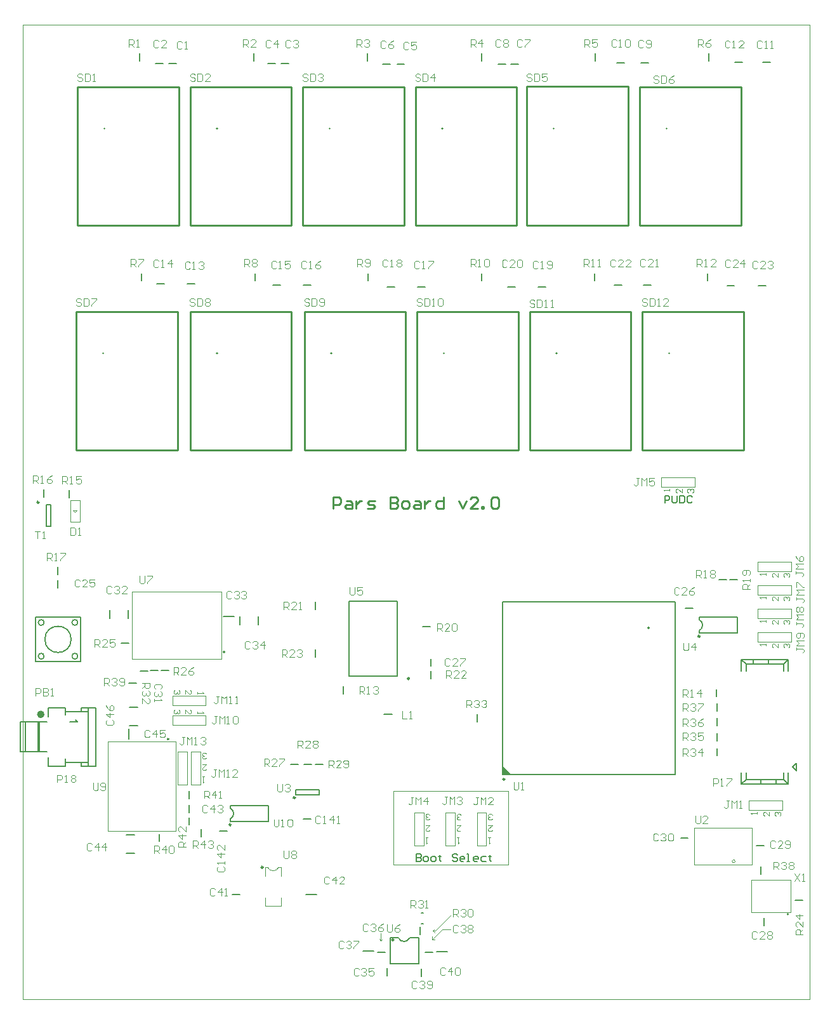
<source format=gto>
G04 Layer_Color=65535*
%FSLAX43Y43*%
%MOMM*%
G71*
G01*
G75*
%ADD10C,0.100*%
%ADD45C,0.200*%
%ADD47C,0.300*%
%ADD60C,0.254*%
%ADD68C,0.250*%
%ADD69C,0.500*%
%ADD70C,0.110*%
%ADD71C,0.150*%
G36*
X55000Y20000D02*
X54000D01*
Y21000D01*
X55000Y20000D01*
D02*
G37*
D10*
X85015Y8400D02*
G03*
X85015Y8400I-190J0D01*
G01*
X22650Y7591D02*
G03*
X24109Y7597I728J326D01*
G01*
X79550Y7925D02*
X87225D01*
Y12850D01*
X79550D02*
X87225D01*
X79550Y7925D02*
Y12850D01*
X22330Y2446D02*
Y3551D01*
X24447Y2446D02*
Y3560D01*
Y6435D02*
Y7597D01*
X22330Y6444D02*
Y7591D01*
Y2446D02*
X24447D01*
X22330Y7591D02*
X22650D01*
X-3300Y55225D02*
X-3050Y54975D01*
X-2800Y55225D01*
X-3300D02*
X-2800D01*
X-3675Y53650D02*
X-2425D01*
Y56525D01*
X-3675D02*
X-2425D01*
X-3675Y53650D02*
Y56525D01*
X10625Y18600D02*
Y21475D01*
X11875Y18600D02*
Y21475D01*
X10625Y18600D02*
X11875D01*
X10625Y23050D02*
X11875D01*
X10625Y20175D02*
Y23050D01*
X11875Y20175D02*
Y23050D01*
X10350Y12400D02*
Y24400D01*
X1350Y12400D02*
X10350D01*
X1350D02*
Y24400D01*
X10350D01*
X90612Y1581D02*
X92421D01*
Y5899D01*
X87214Y1581D02*
X90612D01*
X87214D02*
Y5899D01*
X92421D01*
X86850Y16475D02*
X89725D01*
X86850Y15225D02*
X89725D01*
X86850D02*
Y16475D01*
X91300Y15225D02*
Y16475D01*
X88425D02*
X91300D01*
X88425Y15225D02*
X91300D01*
X51828Y12046D02*
Y14921D01*
X50578Y12046D02*
Y14921D01*
X51828D01*
X50578Y10471D02*
X51828D01*
Y13346D01*
X50578Y10471D02*
Y13346D01*
X46403Y10471D02*
Y13346D01*
X47653Y10471D02*
Y13346D01*
X46403Y10471D02*
X47653D01*
X46403Y14921D02*
X47653D01*
X46403Y12046D02*
Y14921D01*
X47653Y12046D02*
Y14921D01*
X43478Y12046D02*
Y14921D01*
X42228Y12046D02*
Y14921D01*
X43478D01*
X42228Y10471D02*
X43478D01*
Y13346D01*
X42228Y10471D02*
Y13346D01*
X75200Y59575D02*
X78075D01*
X75200Y58325D02*
X78075D01*
X75200D02*
Y59575D01*
X79650Y58325D02*
Y59575D01*
X76775D02*
X79650D01*
X76775Y58325D02*
X79650D01*
X89600Y47075D02*
X92475D01*
X89600Y48325D02*
X92475D01*
Y47075D02*
Y48325D01*
X88025Y47075D02*
Y48325D01*
Y47075D02*
X90900D01*
X88025Y48325D02*
X90900D01*
X88025Y45192D02*
X90900D01*
X88025Y43942D02*
X90900D01*
X88025D02*
Y45192D01*
X92475Y43942D02*
Y45192D01*
X89600D02*
X92475D01*
X89600Y43942D02*
X92475D01*
X89600Y40808D02*
X92475D01*
X89600Y42058D02*
X92475D01*
Y40808D02*
Y42058D01*
X88025Y40808D02*
Y42058D01*
Y40808D02*
X90900D01*
X88025Y42058D02*
X90900D01*
X88025Y38925D02*
X90900D01*
X88025Y37675D02*
X90900D01*
X88025D02*
Y38925D01*
X92475Y37675D02*
Y38925D01*
X89600D02*
X92475D01*
X89600Y37675D02*
X92475D01*
X9925Y27825D02*
X12800D01*
X9925Y26575D02*
X12800D01*
X9925D02*
Y27825D01*
X14375Y26575D02*
Y27825D01*
X11500D02*
X14375D01*
X11500Y26575D02*
X14375D01*
X11500Y29200D02*
X14375D01*
X11500Y30450D02*
X14375D01*
Y29200D02*
Y30450D01*
X9925Y29200D02*
Y30450D01*
Y29200D02*
X12800D01*
X9925Y30450D02*
X12800D01*
X13675Y20175D02*
Y23050D01*
X12425Y20175D02*
Y23050D01*
X13675D01*
X12425Y18600D02*
X13675D01*
Y21475D01*
X12425Y18600D02*
Y21475D01*
X16525Y35350D02*
Y44350D01*
X4525D02*
X16525D01*
X4525Y35350D02*
Y44350D01*
Y35350D02*
X16525D01*
X45950Y-675D02*
X47075D01*
X44575Y-2050D02*
X45950Y-675D01*
X44575Y-2050D02*
Y-1650D01*
X44600Y-1625D01*
X44575Y-2050D02*
X44900D01*
X46150Y250D02*
X47150Y1250D01*
X45025Y-875D02*
X46150Y250D01*
X44650Y-875D02*
X45025D01*
X44650D02*
X44925Y-600D01*
X44650Y-875D02*
X44675D01*
X44900Y-1100D01*
X37775Y-2200D02*
Y-1200D01*
X37550Y-1975D02*
X37775Y-2200D01*
X38000Y-1975D01*
X39450Y17775D02*
X54750D01*
X54775Y17750D01*
Y7925D02*
Y17750D01*
X39450Y7925D02*
X54775D01*
X39450D02*
Y17775D01*
X38600Y-25D02*
Y-858D01*
X38767Y-1025D01*
X39100D01*
X39266Y-858D01*
Y-25D01*
X40266D02*
X39933Y-192D01*
X39600Y-525D01*
Y-858D01*
X39766Y-1025D01*
X40100D01*
X40266Y-858D01*
Y-692D01*
X40100Y-525D01*
X39600D01*
X79700Y14450D02*
Y13617D01*
X79867Y13450D01*
X80200D01*
X80366Y13617D01*
Y14450D01*
X81366Y13450D02*
X80700D01*
X81366Y14116D01*
Y14283D01*
X81200Y14450D01*
X80866D01*
X80700Y14283D01*
X-8400Y52425D02*
X-7734D01*
X-8067D01*
Y51425D01*
X-7400D02*
X-7067D01*
X-7234D01*
Y52425D01*
X-7400Y52258D01*
X23925Y18700D02*
Y17867D01*
X24092Y17700D01*
X24425D01*
X24591Y17867D01*
Y18700D01*
X24925Y18533D02*
X25091Y18700D01*
X25425D01*
X25591Y18533D01*
Y18366D01*
X25425Y18200D01*
X25258D01*
X25425D01*
X25591Y18033D01*
Y17867D01*
X25425Y17700D01*
X25091D01*
X24925Y17867D01*
X33625Y44925D02*
Y44092D01*
X33792Y43925D01*
X34125D01*
X34291Y44092D01*
Y44925D01*
X35291D02*
X34625D01*
Y44425D01*
X34958Y44591D01*
X35125D01*
X35291Y44425D01*
Y44092D01*
X35125Y43925D01*
X34791D01*
X34625Y44092D01*
X78150Y37525D02*
Y36692D01*
X78317Y36525D01*
X78650D01*
X78816Y36692D01*
Y37525D01*
X79650Y36525D02*
Y37525D01*
X79150Y37025D01*
X79816D01*
X41700Y2225D02*
Y3225D01*
X42200D01*
X42366Y3058D01*
Y2725D01*
X42200Y2558D01*
X41700D01*
X42033D02*
X42366Y2225D01*
X42700Y3058D02*
X42866Y3225D01*
X43200D01*
X43366Y3058D01*
Y2891D01*
X43200Y2725D01*
X43033D01*
X43200D01*
X43366Y2558D01*
Y2392D01*
X43200Y2225D01*
X42866D01*
X42700Y2392D01*
X43699Y2225D02*
X44033D01*
X43866D01*
Y3225D01*
X43699Y3058D01*
X12700Y10150D02*
Y11150D01*
X13200D01*
X13366Y10983D01*
Y10650D01*
X13200Y10483D01*
X12700D01*
X13033D02*
X13366Y10150D01*
X14200D02*
Y11150D01*
X13700Y10650D01*
X14366D01*
X14699Y10983D02*
X14866Y11150D01*
X15199D01*
X15366Y10983D01*
Y10816D01*
X15199Y10650D01*
X15033D01*
X15199D01*
X15366Y10483D01*
Y10317D01*
X15199Y10150D01*
X14866D01*
X14699Y10317D01*
X40575Y28425D02*
Y27425D01*
X41241D01*
X41575D02*
X41908D01*
X41741D01*
Y28425D01*
X41575Y28258D01*
X24800Y9800D02*
Y8967D01*
X24967Y8800D01*
X25300D01*
X25466Y8967D01*
Y9800D01*
X25800Y9633D02*
X25966Y9800D01*
X26300D01*
X26466Y9633D01*
Y9466D01*
X26300Y9300D01*
X26466Y9133D01*
Y8967D01*
X26300Y8800D01*
X25966D01*
X25800Y8967D01*
Y9133D01*
X25966Y9300D01*
X25800Y9466D01*
Y9633D01*
X25966Y9300D02*
X26300D01*
X-8300Y30450D02*
Y31450D01*
X-7800D01*
X-7634Y31283D01*
Y30950D01*
X-7800Y30783D01*
X-8300D01*
X-7300Y31450D02*
Y30450D01*
X-6800D01*
X-6634Y30617D01*
Y30783D01*
X-6800Y30950D01*
X-7300D01*
X-6800D01*
X-6634Y31116D01*
Y31283D01*
X-6800Y31450D01*
X-7300D01*
X-6301Y30450D02*
X-5967D01*
X-6134D01*
Y31450D01*
X-6301Y31283D01*
X82075Y18475D02*
Y19475D01*
X82575D01*
X82741Y19308D01*
Y18975D01*
X82575Y18808D01*
X82075D01*
X83075Y18475D02*
X83408D01*
X83241D01*
Y19475D01*
X83075Y19308D01*
X83908Y19475D02*
X84574D01*
Y19308D01*
X83908Y18642D01*
Y18475D01*
X-5450Y18925D02*
Y19925D01*
X-4950D01*
X-4784Y19758D01*
Y19425D01*
X-4950Y19258D01*
X-5450D01*
X-4450Y18925D02*
X-4117D01*
X-4284D01*
Y19925D01*
X-4450Y19758D01*
X-3617D02*
X-3451Y19925D01*
X-3117D01*
X-2951Y19758D01*
Y19591D01*
X-3117Y19425D01*
X-2951Y19258D01*
Y19092D01*
X-3117Y18925D01*
X-3451D01*
X-3617Y19092D01*
Y19258D01*
X-3451Y19425D01*
X-3617Y19591D01*
Y19758D01*
X-3451Y19425D02*
X-3117D01*
X-3650Y52900D02*
Y51900D01*
X-3150D01*
X-2984Y52067D01*
Y52733D01*
X-3150Y52900D01*
X-3650D01*
X-2650Y51900D02*
X-2317D01*
X-2484D01*
Y52900D01*
X-2650Y52733D01*
X11541Y24925D02*
X11208D01*
X11375D01*
Y24092D01*
X11208Y23925D01*
X11042D01*
X10875Y24092D01*
X11875Y23925D02*
Y24925D01*
X12208Y24591D01*
X12541Y24925D01*
Y23925D01*
X12874D02*
X13208D01*
X13041D01*
Y24925D01*
X12874Y24758D01*
X13707D02*
X13874Y24925D01*
X14207D01*
X14374Y24758D01*
Y24591D01*
X14207Y24425D01*
X14041D01*
X14207D01*
X14374Y24258D01*
Y24092D01*
X14207Y23925D01*
X13874D01*
X13707Y24092D01*
X73286Y83262D02*
X73119Y83429D01*
X72786D01*
X72620Y83262D01*
Y83096D01*
X72786Y82929D01*
X73119D01*
X73286Y82762D01*
Y82596D01*
X73119Y82429D01*
X72786D01*
X72620Y82596D01*
X73619Y83429D02*
Y82429D01*
X74119D01*
X74286Y82596D01*
Y83262D01*
X74119Y83429D01*
X73619D01*
X74619Y82429D02*
X74952D01*
X74786D01*
Y83429D01*
X74619Y83262D01*
X76118Y82429D02*
X75452D01*
X76118Y83096D01*
Y83262D01*
X75952Y83429D01*
X75619D01*
X75452Y83262D01*
X55475Y18950D02*
Y18117D01*
X55642Y17950D01*
X55975D01*
X56141Y18117D01*
Y18950D01*
X56475Y17950D02*
X56808D01*
X56641D01*
Y18950D01*
X56475Y18783D01*
X-650Y18850D02*
Y18017D01*
X-483Y17850D01*
X-150D01*
X16Y18017D01*
Y18850D01*
X350Y18017D02*
X516Y17850D01*
X850D01*
X1016Y18017D01*
Y18683D01*
X850Y18850D01*
X516D01*
X350Y18683D01*
Y18516D01*
X516Y18350D01*
X1016D01*
X1267Y27216D02*
X1100Y27050D01*
Y26717D01*
X1267Y26550D01*
X1933D01*
X2100Y26717D01*
Y27050D01*
X1933Y27216D01*
X2100Y28050D02*
X1100D01*
X1600Y27550D01*
Y28216D01*
X1100Y29216D02*
X1267Y28883D01*
X1600Y28549D01*
X1933D01*
X2100Y28716D01*
Y29049D01*
X1933Y29216D01*
X1767D01*
X1600Y29049D01*
Y28549D01*
X6941Y25758D02*
X6775Y25925D01*
X6442D01*
X6275Y25758D01*
Y25092D01*
X6442Y24925D01*
X6775D01*
X6941Y25092D01*
X7775Y24925D02*
Y25925D01*
X7275Y25425D01*
X7941D01*
X8941Y25925D02*
X8274D01*
Y25425D01*
X8608Y25591D01*
X8774D01*
X8941Y25425D01*
Y25092D01*
X8774Y24925D01*
X8441D01*
X8274Y25092D01*
X92975Y6725D02*
X93641Y5725D01*
Y6725D02*
X92975Y5725D01*
X93975D02*
X94308D01*
X94141D01*
Y6725D01*
X93975Y6558D01*
X23475Y14000D02*
Y13167D01*
X23642Y13000D01*
X23975D01*
X24141Y13167D01*
Y14000D01*
X24475Y13000D02*
X24808D01*
X24641D01*
Y14000D01*
X24475Y13833D01*
X25308D02*
X25474Y14000D01*
X25808D01*
X25974Y13833D01*
Y13167D01*
X25808Y13000D01*
X25474D01*
X25308Y13167D01*
Y13833D01*
X16067Y7716D02*
X15900Y7550D01*
Y7217D01*
X16067Y7050D01*
X16733D01*
X16900Y7217D01*
Y7550D01*
X16733Y7716D01*
X16900Y8050D02*
Y8383D01*
Y8216D01*
X15900D01*
X16067Y8050D01*
X16900Y9383D02*
X15900D01*
X16400Y8883D01*
Y9549D01*
X16900Y10549D02*
Y9882D01*
X16234Y10549D01*
X16067D01*
X15900Y10382D01*
Y10049D01*
X16067Y9882D01*
X29716Y14308D02*
X29550Y14475D01*
X29217D01*
X29050Y14308D01*
Y13642D01*
X29217Y13475D01*
X29550D01*
X29716Y13642D01*
X30050Y13475D02*
X30383D01*
X30216D01*
Y14475D01*
X30050Y14308D01*
X31383Y13475D02*
Y14475D01*
X30883Y13975D01*
X31549D01*
X31882Y13475D02*
X32216D01*
X32049D01*
Y14475D01*
X31882Y14308D01*
X11241Y117608D02*
X11075Y117775D01*
X10742D01*
X10575Y117608D01*
Y116942D01*
X10742Y116775D01*
X11075D01*
X11241Y116942D01*
X11575Y116775D02*
X11908D01*
X11741D01*
Y117775D01*
X11575Y117608D01*
X8091Y117758D02*
X7925Y117925D01*
X7592D01*
X7425Y117758D01*
Y117092D01*
X7592Y116925D01*
X7925D01*
X8091Y117092D01*
X9091Y116925D02*
X8425D01*
X9091Y117591D01*
Y117758D01*
X8925Y117925D01*
X8591D01*
X8425Y117758D01*
X25716D02*
X25550Y117925D01*
X25217D01*
X25050Y117758D01*
Y117092D01*
X25217Y116925D01*
X25550D01*
X25716Y117092D01*
X26050Y117758D02*
X26216Y117925D01*
X26550D01*
X26716Y117758D01*
Y117591D01*
X26550Y117425D01*
X26383D01*
X26550D01*
X26716Y117258D01*
Y117092D01*
X26550Y116925D01*
X26216D01*
X26050Y117092D01*
X23116Y117783D02*
X22950Y117950D01*
X22617D01*
X22450Y117783D01*
Y117117D01*
X22617Y116950D01*
X22950D01*
X23116Y117117D01*
X23950Y116950D02*
Y117950D01*
X23450Y117450D01*
X24116D01*
X41441Y117533D02*
X41275Y117700D01*
X40942D01*
X40775Y117533D01*
Y116867D01*
X40942Y116700D01*
X41275D01*
X41441Y116867D01*
X42441Y117700D02*
X41775D01*
Y117200D01*
X42108Y117366D01*
X42275D01*
X42441Y117200D01*
Y116867D01*
X42275Y116700D01*
X41941D01*
X41775Y116867D01*
X38441Y117658D02*
X38275Y117825D01*
X37942D01*
X37775Y117658D01*
Y116992D01*
X37942Y116825D01*
X38275D01*
X38441Y116992D01*
X39441Y117825D02*
X39108Y117658D01*
X38775Y117325D01*
Y116992D01*
X38941Y116825D01*
X39275D01*
X39441Y116992D01*
Y117158D01*
X39275Y117325D01*
X38775D01*
X56591Y117833D02*
X56425Y118000D01*
X56092D01*
X55925Y117833D01*
Y117167D01*
X56092Y117000D01*
X56425D01*
X56591Y117167D01*
X56925Y118000D02*
X57591D01*
Y117833D01*
X56925Y117167D01*
Y117000D01*
X53741Y117808D02*
X53575Y117975D01*
X53242D01*
X53075Y117808D01*
Y117142D01*
X53242Y116975D01*
X53575D01*
X53741Y117142D01*
X54075Y117808D02*
X54241Y117975D01*
X54575D01*
X54741Y117808D01*
Y117641D01*
X54575Y117475D01*
X54741Y117308D01*
Y117142D01*
X54575Y116975D01*
X54241D01*
X54075Y117142D01*
Y117308D01*
X54241Y117475D01*
X54075Y117641D01*
Y117808D01*
X54241Y117475D02*
X54575D01*
X72791Y117758D02*
X72625Y117925D01*
X72292D01*
X72125Y117758D01*
Y117092D01*
X72292Y116925D01*
X72625D01*
X72791Y117092D01*
X73125D02*
X73291Y116925D01*
X73625D01*
X73791Y117092D01*
Y117758D01*
X73625Y117925D01*
X73291D01*
X73125Y117758D01*
Y117591D01*
X73291Y117425D01*
X73791D01*
X69191Y117808D02*
X69025Y117975D01*
X68692D01*
X68525Y117808D01*
Y117142D01*
X68692Y116975D01*
X69025D01*
X69191Y117142D01*
X69525Y116975D02*
X69858D01*
X69691D01*
Y117975D01*
X69525Y117808D01*
X70358D02*
X70524Y117975D01*
X70858D01*
X71024Y117808D01*
Y117142D01*
X70858Y116975D01*
X70524D01*
X70358Y117142D01*
Y117808D01*
X88591Y117683D02*
X88425Y117850D01*
X88092D01*
X87925Y117683D01*
Y117017D01*
X88092Y116850D01*
X88425D01*
X88591Y117017D01*
X88925Y116850D02*
X89258D01*
X89091D01*
Y117850D01*
X88925Y117683D01*
X89758Y116850D02*
X90091D01*
X89924D01*
Y117850D01*
X89758Y117683D01*
X84341Y117708D02*
X84175Y117875D01*
X83842D01*
X83675Y117708D01*
Y117042D01*
X83842Y116875D01*
X84175D01*
X84341Y117042D01*
X84675Y116875D02*
X85008D01*
X84841D01*
Y117875D01*
X84675Y117708D01*
X86174Y116875D02*
X85508D01*
X86174Y117541D01*
Y117708D01*
X86008Y117875D01*
X85674D01*
X85508Y117708D01*
X12291Y88208D02*
X12125Y88375D01*
X11792D01*
X11625Y88208D01*
Y87542D01*
X11792Y87375D01*
X12125D01*
X12291Y87542D01*
X12625Y87375D02*
X12958D01*
X12791D01*
Y88375D01*
X12625Y88208D01*
X13458D02*
X13624Y88375D01*
X13958D01*
X14124Y88208D01*
Y88041D01*
X13958Y87875D01*
X13791D01*
X13958D01*
X14124Y87708D01*
Y87542D01*
X13958Y87375D01*
X13624D01*
X13458Y87542D01*
X8091Y88433D02*
X7925Y88600D01*
X7592D01*
X7425Y88433D01*
Y87767D01*
X7592Y87600D01*
X7925D01*
X8091Y87767D01*
X8425Y87600D02*
X8758D01*
X8591D01*
Y88600D01*
X8425Y88433D01*
X9758Y87600D02*
Y88600D01*
X9258Y88100D01*
X9924D01*
X23808Y88307D02*
X23642Y88474D01*
X23308D01*
X23142Y88307D01*
Y87641D01*
X23308Y87474D01*
X23642D01*
X23808Y87641D01*
X24141Y87474D02*
X24475D01*
X24308D01*
Y88474D01*
X24141Y88307D01*
X25641Y88474D02*
X24975D01*
Y87974D01*
X25308Y88140D01*
X25474D01*
X25641Y87974D01*
Y87641D01*
X25474Y87474D01*
X25141D01*
X24975Y87641D01*
X27858Y88307D02*
X27692Y88474D01*
X27359D01*
X27192Y88307D01*
Y87641D01*
X27359Y87474D01*
X27692D01*
X27858Y87641D01*
X28192Y87474D02*
X28525D01*
X28358D01*
Y88474D01*
X28192Y88307D01*
X29691Y88474D02*
X29358Y88307D01*
X29025Y87974D01*
Y87641D01*
X29191Y87474D01*
X29525D01*
X29691Y87641D01*
Y87807D01*
X29525Y87974D01*
X29025D01*
X42891Y88308D02*
X42725Y88475D01*
X42392D01*
X42225Y88308D01*
Y87642D01*
X42392Y87475D01*
X42725D01*
X42891Y87642D01*
X43225Y87475D02*
X43558D01*
X43391D01*
Y88475D01*
X43225Y88308D01*
X44058Y88475D02*
X44724D01*
Y88308D01*
X44058Y87642D01*
Y87475D01*
X38691Y88508D02*
X38525Y88675D01*
X38192D01*
X38025Y88508D01*
Y87842D01*
X38192Y87675D01*
X38525D01*
X38691Y87842D01*
X39025Y87675D02*
X39358D01*
X39191D01*
Y88675D01*
X39025Y88508D01*
X39858D02*
X40024Y88675D01*
X40358D01*
X40524Y88508D01*
Y88341D01*
X40358Y88175D01*
X40524Y88008D01*
Y87842D01*
X40358Y87675D01*
X40024D01*
X39858Y87842D01*
Y88008D01*
X40024Y88175D01*
X39858Y88341D01*
Y88508D01*
X40024Y88175D02*
X40358D01*
X58741Y88308D02*
X58575Y88475D01*
X58242D01*
X58075Y88308D01*
Y87642D01*
X58242Y87475D01*
X58575D01*
X58741Y87642D01*
X59075Y87475D02*
X59408D01*
X59241D01*
Y88475D01*
X59075Y88308D01*
X59908Y87642D02*
X60074Y87475D01*
X60408D01*
X60574Y87642D01*
Y88308D01*
X60408Y88475D01*
X60074D01*
X59908Y88308D01*
Y88141D01*
X60074Y87975D01*
X60574D01*
X54616Y88433D02*
X54450Y88600D01*
X54117D01*
X53950Y88433D01*
Y87767D01*
X54117Y87600D01*
X54450D01*
X54616Y87767D01*
X55616Y87600D02*
X54950D01*
X55616Y88266D01*
Y88433D01*
X55450Y88600D01*
X55116D01*
X54950Y88433D01*
X55949D02*
X56116Y88600D01*
X56449D01*
X56616Y88433D01*
Y87767D01*
X56449Y87600D01*
X56116D01*
X55949Y87767D01*
Y88433D01*
X73041Y88533D02*
X72875Y88700D01*
X72542D01*
X72375Y88533D01*
Y87867D01*
X72542Y87700D01*
X72875D01*
X73041Y87867D01*
X74041Y87700D02*
X73375D01*
X74041Y88366D01*
Y88533D01*
X73875Y88700D01*
X73541D01*
X73375Y88533D01*
X74374Y87700D02*
X74708D01*
X74541D01*
Y88700D01*
X74374Y88533D01*
X69091Y88508D02*
X68925Y88675D01*
X68592D01*
X68425Y88508D01*
Y87842D01*
X68592Y87675D01*
X68925D01*
X69091Y87842D01*
X70091Y87675D02*
X69425D01*
X70091Y88341D01*
Y88508D01*
X69925Y88675D01*
X69591D01*
X69425Y88508D01*
X71091Y87675D02*
X70424D01*
X71091Y88341D01*
Y88508D01*
X70924Y88675D01*
X70591D01*
X70424Y88508D01*
X88041Y88308D02*
X87875Y88475D01*
X87542D01*
X87375Y88308D01*
Y87642D01*
X87542Y87475D01*
X87875D01*
X88041Y87642D01*
X89041Y87475D02*
X88375D01*
X89041Y88141D01*
Y88308D01*
X88875Y88475D01*
X88541D01*
X88375Y88308D01*
X89374D02*
X89541Y88475D01*
X89874D01*
X90041Y88308D01*
Y88141D01*
X89874Y87975D01*
X89708D01*
X89874D01*
X90041Y87808D01*
Y87642D01*
X89874Y87475D01*
X89541D01*
X89374Y87642D01*
X84366Y88433D02*
X84200Y88600D01*
X83867D01*
X83700Y88433D01*
Y87767D01*
X83867Y87600D01*
X84200D01*
X84366Y87767D01*
X85366Y87600D02*
X84700D01*
X85366Y88266D01*
Y88433D01*
X85200Y88600D01*
X84866D01*
X84700Y88433D01*
X86199Y87600D02*
Y88600D01*
X85699Y88100D01*
X86366D01*
X-2434Y45833D02*
X-2600Y46000D01*
X-2933D01*
X-3100Y45833D01*
Y45167D01*
X-2933Y45000D01*
X-2600D01*
X-2434Y45167D01*
X-1434Y45000D02*
X-2100D01*
X-1434Y45666D01*
Y45833D01*
X-1600Y46000D01*
X-1934D01*
X-2100Y45833D01*
X-434Y46000D02*
X-1101D01*
Y45500D01*
X-767Y45666D01*
X-601D01*
X-434Y45500D01*
Y45167D01*
X-601Y45000D01*
X-934D01*
X-1101Y45167D01*
X77566Y44758D02*
X77400Y44925D01*
X77067D01*
X76900Y44758D01*
Y44092D01*
X77067Y43925D01*
X77400D01*
X77566Y44092D01*
X78566Y43925D02*
X77900D01*
X78566Y44591D01*
Y44758D01*
X78400Y44925D01*
X78066D01*
X77900Y44758D01*
X79566Y44925D02*
X79233Y44758D01*
X78899Y44425D01*
Y44092D01*
X79066Y43925D01*
X79399D01*
X79566Y44092D01*
Y44258D01*
X79399Y44425D01*
X78899D01*
X46991Y35308D02*
X46825Y35475D01*
X46492D01*
X46325Y35308D01*
Y34642D01*
X46492Y34475D01*
X46825D01*
X46991Y34642D01*
X47991Y34475D02*
X47325D01*
X47991Y35141D01*
Y35308D01*
X47825Y35475D01*
X47491D01*
X47325Y35308D01*
X48324Y35475D02*
X48991D01*
Y35308D01*
X48324Y34642D01*
Y34475D01*
X87941Y-1092D02*
X87775Y-925D01*
X87442D01*
X87275Y-1092D01*
Y-1758D01*
X87442Y-1925D01*
X87775D01*
X87941Y-1758D01*
X88941Y-1925D02*
X88275D01*
X88941Y-1259D01*
Y-1092D01*
X88775Y-925D01*
X88441D01*
X88275Y-1092D01*
X89274D02*
X89441Y-925D01*
X89774D01*
X89941Y-1092D01*
Y-1259D01*
X89774Y-1425D01*
X89941Y-1592D01*
Y-1758D01*
X89774Y-1925D01*
X89441D01*
X89274Y-1758D01*
Y-1592D01*
X89441Y-1425D01*
X89274Y-1259D01*
Y-1092D01*
X89441Y-1425D02*
X89774D01*
X90366Y10958D02*
X90200Y11125D01*
X89867D01*
X89700Y10958D01*
Y10292D01*
X89867Y10125D01*
X90200D01*
X90366Y10292D01*
X91366Y10125D02*
X90700D01*
X91366Y10791D01*
Y10958D01*
X91200Y11125D01*
X90866D01*
X90700Y10958D01*
X91699Y10292D02*
X91866Y10125D01*
X92199D01*
X92366Y10292D01*
Y10958D01*
X92199Y11125D01*
X91866D01*
X91699Y10958D01*
Y10791D01*
X91866Y10625D01*
X92366D01*
X74766Y11958D02*
X74600Y12125D01*
X74267D01*
X74100Y11958D01*
Y11292D01*
X74267Y11125D01*
X74600D01*
X74766Y11292D01*
X75100Y11958D02*
X75266Y12125D01*
X75600D01*
X75766Y11958D01*
Y11791D01*
X75600Y11625D01*
X75433D01*
X75600D01*
X75766Y11458D01*
Y11292D01*
X75600Y11125D01*
X75266D01*
X75100Y11292D01*
X76099Y11958D02*
X76266Y12125D01*
X76599D01*
X76766Y11958D01*
Y11292D01*
X76599Y11125D01*
X76266D01*
X76099Y11292D01*
Y11958D01*
X8363Y31363D02*
X8529Y31530D01*
Y31863D01*
X8363Y32030D01*
X7696D01*
X7530Y31863D01*
Y31530D01*
X7696Y31363D01*
X8363Y31030D02*
X8529Y30863D01*
Y30530D01*
X8363Y30364D01*
X8196D01*
X8029Y30530D01*
Y30697D01*
Y30530D01*
X7863Y30364D01*
X7696D01*
X7530Y30530D01*
Y30863D01*
X7696Y31030D01*
X7530Y30030D02*
Y29697D01*
Y29864D01*
X8529D01*
X8363Y30030D01*
X1866Y44908D02*
X1700Y45075D01*
X1367D01*
X1200Y44908D01*
Y44242D01*
X1367Y44075D01*
X1700D01*
X1866Y44242D01*
X2200Y44908D02*
X2366Y45075D01*
X2700D01*
X2866Y44908D01*
Y44741D01*
X2700Y44575D01*
X2533D01*
X2700D01*
X2866Y44408D01*
Y44242D01*
X2700Y44075D01*
X2366D01*
X2200Y44242D01*
X3866Y44075D02*
X3199D01*
X3866Y44741D01*
Y44908D01*
X3699Y45075D01*
X3366D01*
X3199Y44908D01*
X17816Y44258D02*
X17650Y44425D01*
X17317D01*
X17150Y44258D01*
Y43592D01*
X17317Y43425D01*
X17650D01*
X17816Y43592D01*
X18150Y44258D02*
X18316Y44425D01*
X18650D01*
X18816Y44258D01*
Y44091D01*
X18650Y43925D01*
X18483D01*
X18650D01*
X18816Y43758D01*
Y43592D01*
X18650Y43425D01*
X18316D01*
X18150Y43592D01*
X19149Y44258D02*
X19316Y44425D01*
X19649D01*
X19816Y44258D01*
Y44091D01*
X19649Y43925D01*
X19483D01*
X19649D01*
X19816Y43758D01*
Y43592D01*
X19649Y43425D01*
X19316D01*
X19149Y43592D01*
X20316Y37608D02*
X20150Y37775D01*
X19817D01*
X19650Y37608D01*
Y36942D01*
X19817Y36775D01*
X20150D01*
X20316Y36942D01*
X20650Y37608D02*
X20816Y37775D01*
X21150D01*
X21316Y37608D01*
Y37441D01*
X21150Y37275D01*
X20983D01*
X21150D01*
X21316Y37108D01*
Y36942D01*
X21150Y36775D01*
X20816D01*
X20650Y36942D01*
X22149Y36775D02*
Y37775D01*
X21649Y37275D01*
X22316D01*
X34816Y-6017D02*
X34650Y-5850D01*
X34317D01*
X34150Y-6017D01*
Y-6683D01*
X34317Y-6850D01*
X34650D01*
X34816Y-6683D01*
X35150Y-6017D02*
X35316Y-5850D01*
X35650D01*
X35816Y-6017D01*
Y-6184D01*
X35650Y-6350D01*
X35483D01*
X35650D01*
X35816Y-6517D01*
Y-6683D01*
X35650Y-6850D01*
X35316D01*
X35150Y-6683D01*
X36816Y-5850D02*
X36149D01*
Y-6350D01*
X36483Y-6184D01*
X36649D01*
X36816Y-6350D01*
Y-6683D01*
X36649Y-6850D01*
X36316D01*
X36149Y-6683D01*
X36066Y-117D02*
X35900Y50D01*
X35567D01*
X35400Y-117D01*
Y-783D01*
X35567Y-950D01*
X35900D01*
X36066Y-783D01*
X36400Y-117D02*
X36566Y50D01*
X36900D01*
X37066Y-117D01*
Y-284D01*
X36900Y-450D01*
X36733D01*
X36900D01*
X37066Y-617D01*
Y-783D01*
X36900Y-950D01*
X36566D01*
X36400Y-783D01*
X38066Y50D02*
X37733Y-117D01*
X37399Y-450D01*
Y-783D01*
X37566Y-950D01*
X37899D01*
X38066Y-783D01*
Y-617D01*
X37899Y-450D01*
X37399D01*
X32791Y-2367D02*
X32625Y-2200D01*
X32292D01*
X32125Y-2367D01*
Y-3033D01*
X32292Y-3200D01*
X32625D01*
X32791Y-3033D01*
X33125Y-2367D02*
X33291Y-2200D01*
X33625D01*
X33791Y-2367D01*
Y-2534D01*
X33625Y-2700D01*
X33458D01*
X33625D01*
X33791Y-2867D01*
Y-3033D01*
X33625Y-3200D01*
X33291D01*
X33125Y-3033D01*
X34124Y-2200D02*
X34791D01*
Y-2367D01*
X34124Y-3033D01*
Y-3200D01*
X48041Y-267D02*
X47875Y-100D01*
X47542D01*
X47375Y-267D01*
Y-933D01*
X47542Y-1100D01*
X47875D01*
X48041Y-933D01*
X48375Y-267D02*
X48541Y-100D01*
X48875D01*
X49041Y-267D01*
Y-434D01*
X48875Y-600D01*
X48708D01*
X48875D01*
X49041Y-767D01*
Y-933D01*
X48875Y-1100D01*
X48541D01*
X48375Y-933D01*
X49374Y-267D02*
X49541Y-100D01*
X49874D01*
X50041Y-267D01*
Y-434D01*
X49874Y-600D01*
X50041Y-767D01*
Y-933D01*
X49874Y-1100D01*
X49541D01*
X49374Y-933D01*
Y-767D01*
X49541Y-600D01*
X49374Y-434D01*
Y-267D01*
X49541Y-600D02*
X49874D01*
X42591Y-7692D02*
X42425Y-7525D01*
X42092D01*
X41925Y-7692D01*
Y-8358D01*
X42092Y-8525D01*
X42425D01*
X42591Y-8358D01*
X42925Y-7692D02*
X43091Y-7525D01*
X43425D01*
X43591Y-7692D01*
Y-7859D01*
X43425Y-8025D01*
X43258D01*
X43425D01*
X43591Y-8192D01*
Y-8358D01*
X43425Y-8525D01*
X43091D01*
X42925Y-8358D01*
X43924D02*
X44091Y-8525D01*
X44424D01*
X44591Y-8358D01*
Y-7692D01*
X44424Y-7525D01*
X44091D01*
X43924Y-7692D01*
Y-7859D01*
X44091Y-8025D01*
X44591D01*
X46341Y-5917D02*
X46175Y-5750D01*
X45842D01*
X45675Y-5917D01*
Y-6583D01*
X45842Y-6750D01*
X46175D01*
X46341Y-6583D01*
X47175Y-6750D02*
Y-5750D01*
X46675Y-6250D01*
X47341D01*
X47674Y-5917D02*
X47841Y-5750D01*
X48174D01*
X48341Y-5917D01*
Y-6583D01*
X48174Y-6750D01*
X47841D01*
X47674Y-6583D01*
Y-5917D01*
X15616Y4658D02*
X15450Y4825D01*
X15117D01*
X14950Y4658D01*
Y3992D01*
X15117Y3825D01*
X15450D01*
X15616Y3992D01*
X16450Y3825D02*
Y4825D01*
X15950Y4325D01*
X16616D01*
X16949Y3825D02*
X17283D01*
X17116D01*
Y4825D01*
X16949Y4658D01*
X30866Y6208D02*
X30700Y6375D01*
X30367D01*
X30200Y6208D01*
Y5542D01*
X30367Y5375D01*
X30700D01*
X30866Y5542D01*
X31700Y5375D02*
Y6375D01*
X31200Y5875D01*
X31866D01*
X32866Y5375D02*
X32199D01*
X32866Y6041D01*
Y6208D01*
X32699Y6375D01*
X32366D01*
X32199Y6208D01*
X14616Y15733D02*
X14450Y15900D01*
X14117D01*
X13950Y15733D01*
Y15067D01*
X14117Y14900D01*
X14450D01*
X14616Y15067D01*
X15450Y14900D02*
Y15900D01*
X14950Y15400D01*
X15616D01*
X15949Y15733D02*
X16116Y15900D01*
X16449D01*
X16616Y15733D01*
Y15566D01*
X16449Y15400D01*
X16283D01*
X16449D01*
X16616Y15233D01*
Y15067D01*
X16449Y14900D01*
X16116D01*
X15949Y15067D01*
X-809Y10633D02*
X-975Y10800D01*
X-1308D01*
X-1475Y10633D01*
Y9967D01*
X-1308Y9800D01*
X-975D01*
X-809Y9967D01*
X25Y9800D02*
Y10800D01*
X-475Y10300D01*
X191D01*
X1024Y9800D02*
Y10800D01*
X524Y10300D01*
X1191D01*
X84241Y16525D02*
X83908D01*
X84075D01*
Y15692D01*
X83908Y15525D01*
X83742D01*
X83575Y15692D01*
X84575Y15525D02*
Y16525D01*
X84908Y16191D01*
X85241Y16525D01*
Y15525D01*
X85574D02*
X85908D01*
X85741D01*
Y16525D01*
X85574Y16358D01*
X87932Y14707D02*
Y14974D01*
Y14840D01*
X87132D01*
X87266Y14707D01*
X89583Y14986D02*
Y14453D01*
X89050Y14986D01*
X88917D01*
X88783Y14853D01*
Y14586D01*
X88917Y14453D01*
X90441D02*
X90307Y14586D01*
Y14853D01*
X90441Y14986D01*
X90574D01*
X90707Y14853D01*
Y14720D01*
Y14853D01*
X90840Y14986D01*
X90974D01*
X91107Y14853D01*
Y14586D01*
X90974Y14453D01*
X50741Y16950D02*
X50408D01*
X50575D01*
Y16117D01*
X50408Y15950D01*
X50242D01*
X50075Y16117D01*
X51075Y15950D02*
Y16950D01*
X51408Y16616D01*
X51741Y16950D01*
Y15950D01*
X52741D02*
X52074D01*
X52741Y16616D01*
Y16783D01*
X52574Y16950D01*
X52241D01*
X52074Y16783D01*
X52600Y14061D02*
X52467Y13928D01*
X52200D01*
X52067Y14061D01*
Y14194D01*
X52200Y14328D01*
X52333D01*
X52200D01*
X52067Y14461D01*
Y14594D01*
X52200Y14728D01*
X52467D01*
X52600Y14594D01*
X52067Y13204D02*
X52600D01*
X52067Y12670D01*
Y12537D01*
X52200Y12404D01*
X52467D01*
X52600Y12537D01*
X52346Y11553D02*
X52079D01*
X52213D01*
Y10753D01*
X52346Y10886D01*
X46591Y17000D02*
X46258D01*
X46425D01*
Y16167D01*
X46258Y16000D01*
X46092D01*
X45925Y16167D01*
X46925Y16000D02*
Y17000D01*
X47258Y16666D01*
X47591Y17000D01*
Y16000D01*
X47924Y16833D02*
X48091Y17000D01*
X48424D01*
X48591Y16833D01*
Y16666D01*
X48424Y16500D01*
X48258D01*
X48424D01*
X48591Y16333D01*
Y16167D01*
X48424Y16000D01*
X48091D01*
X47924Y16167D01*
X48171Y11553D02*
X47904D01*
X48038D01*
Y10753D01*
X48171Y10886D01*
X47892Y13204D02*
X48425D01*
X47892Y12670D01*
Y12537D01*
X48025Y12404D01*
X48292D01*
X48425Y12537D01*
Y14061D02*
X48292Y13928D01*
X48025D01*
X47892Y14061D01*
Y14194D01*
X48025Y14328D01*
X48158D01*
X48025D01*
X47892Y14461D01*
Y14594D01*
X48025Y14728D01*
X48292D01*
X48425Y14594D01*
X42091Y16950D02*
X41758D01*
X41925D01*
Y16117D01*
X41758Y15950D01*
X41592D01*
X41425Y16117D01*
X42425Y15950D02*
Y16950D01*
X42758Y16616D01*
X43091Y16950D01*
Y15950D01*
X43924D02*
Y16950D01*
X43424Y16450D01*
X44091D01*
X44250Y14061D02*
X44116Y13928D01*
X43850D01*
X43716Y14061D01*
Y14194D01*
X43850Y14328D01*
X43983D01*
X43850D01*
X43716Y14461D01*
Y14594D01*
X43850Y14728D01*
X44116D01*
X44250Y14594D01*
X43716Y13204D02*
X44250D01*
X43716Y12670D01*
Y12537D01*
X43850Y12404D01*
X44116D01*
X44250Y12537D01*
X43996Y11553D02*
X43729D01*
X43862D01*
Y10753D01*
X43996Y10886D01*
X72191Y59475D02*
X71858D01*
X72025D01*
Y58642D01*
X71858Y58475D01*
X71692D01*
X71525Y58642D01*
X72525Y58475D02*
Y59475D01*
X72858Y59141D01*
X73191Y59475D01*
Y58475D01*
X74191Y59475D02*
X73524D01*
Y58975D01*
X73858Y59141D01*
X74024D01*
X74191Y58975D01*
Y58642D01*
X74024Y58475D01*
X73691D01*
X73524Y58642D01*
X76282Y57807D02*
Y58074D01*
Y57940D01*
X75482D01*
X75616Y57807D01*
X77933Y58086D02*
Y57553D01*
X77400Y58086D01*
X77267D01*
X77133Y57953D01*
Y57686D01*
X77267Y57553D01*
X78791D02*
X78657Y57686D01*
Y57953D01*
X78791Y58086D01*
X78924D01*
X79057Y57953D01*
Y57820D01*
Y57953D01*
X79190Y58086D01*
X79324D01*
X79457Y57953D01*
Y57686D01*
X79324Y57553D01*
X93125Y47091D02*
Y46758D01*
Y46925D01*
X93958D01*
X94125Y46758D01*
Y46592D01*
X93958Y46425D01*
X94125Y47425D02*
X93125D01*
X93459Y47758D01*
X93125Y48091D01*
X94125D01*
X93125Y49091D02*
X93292Y48758D01*
X93625Y48424D01*
X93958D01*
X94125Y48591D01*
Y48924D01*
X93958Y49091D01*
X93792D01*
X93625Y48924D01*
Y48424D01*
X91616Y46303D02*
X91482Y46436D01*
Y46703D01*
X91616Y46836D01*
X91749D01*
X91882Y46703D01*
Y46570D01*
Y46703D01*
X92015Y46836D01*
X92149D01*
X92282Y46703D01*
Y46436D01*
X92149Y46303D01*
X90758Y46836D02*
Y46303D01*
X90225Y46836D01*
X90092D01*
X89958Y46703D01*
Y46436D01*
X90092Y46303D01*
X89107Y46557D02*
Y46824D01*
Y46690D01*
X88307D01*
X88441Y46557D01*
X93175Y43616D02*
Y43283D01*
Y43450D01*
X94008D01*
X94175Y43283D01*
Y43117D01*
X94008Y42950D01*
X94175Y43950D02*
X93175D01*
X93509Y44283D01*
X93175Y44616D01*
X94175D01*
X93175Y44949D02*
Y45616D01*
X93342D01*
X94008Y44949D01*
X94175D01*
X89107Y43424D02*
Y43690D01*
Y43557D01*
X88307D01*
X88441Y43424D01*
X90758Y43703D02*
Y43170D01*
X90225Y43703D01*
X90092D01*
X89958Y43570D01*
Y43303D01*
X90092Y43170D01*
X91616D02*
X91482Y43303D01*
Y43570D01*
X91616Y43703D01*
X91749D01*
X91882Y43570D01*
Y43436D01*
Y43570D01*
X92015Y43703D01*
X92149D01*
X92282Y43570D01*
Y43303D01*
X92149Y43170D01*
X93150Y40316D02*
Y39983D01*
Y40150D01*
X93983D01*
X94150Y39983D01*
Y39817D01*
X93983Y39650D01*
X94150Y40650D02*
X93150D01*
X93484Y40983D01*
X93150Y41316D01*
X94150D01*
X93317Y41649D02*
X93150Y41816D01*
Y42149D01*
X93317Y42316D01*
X93484D01*
X93650Y42149D01*
X93817Y42316D01*
X93983D01*
X94150Y42149D01*
Y41816D01*
X93983Y41649D01*
X93817D01*
X93650Y41816D01*
X93484Y41649D01*
X93317D01*
X93650Y41816D02*
Y42149D01*
X91616Y40036D02*
X91482Y40170D01*
Y40436D01*
X91616Y40569D01*
X91749D01*
X91882Y40436D01*
Y40303D01*
Y40436D01*
X92015Y40569D01*
X92149D01*
X92282Y40436D01*
Y40170D01*
X92149Y40036D01*
X90758Y40569D02*
Y40036D01*
X90225Y40569D01*
X90092D01*
X89958Y40436D01*
Y40170D01*
X90092Y40036D01*
X89107Y40290D02*
Y40557D01*
Y40424D01*
X88307D01*
X88441Y40290D01*
X93200Y36866D02*
Y36533D01*
Y36700D01*
X94033D01*
X94200Y36533D01*
Y36367D01*
X94033Y36200D01*
X94200Y37200D02*
X93200D01*
X93534Y37533D01*
X93200Y37866D01*
X94200D01*
X94033Y38199D02*
X94200Y38366D01*
Y38699D01*
X94033Y38866D01*
X93367D01*
X93200Y38699D01*
Y38366D01*
X93367Y38199D01*
X93534D01*
X93700Y38366D01*
Y38866D01*
X89107Y37157D02*
Y37424D01*
Y37290D01*
X88307D01*
X88441Y37157D01*
X90758Y37436D02*
Y36903D01*
X90225Y37436D01*
X90092D01*
X89958Y37303D01*
Y37036D01*
X90092Y36903D01*
X91616D02*
X91482Y37036D01*
Y37303D01*
X91616Y37436D01*
X91749D01*
X91882Y37303D01*
Y37170D01*
Y37303D01*
X92015Y37436D01*
X92149D01*
X92282Y37303D01*
Y37036D01*
X92149Y36903D01*
X15866Y27725D02*
X15533D01*
X15700D01*
Y26892D01*
X15533Y26725D01*
X15367D01*
X15200Y26892D01*
X16200Y26725D02*
Y27725D01*
X16533Y27391D01*
X16866Y27725D01*
Y26725D01*
X17199D02*
X17533D01*
X17366D01*
Y27725D01*
X17199Y27558D01*
X18032D02*
X18199Y27725D01*
X18532D01*
X18699Y27558D01*
Y26892D01*
X18532Y26725D01*
X18199D01*
X18032Y26892D01*
Y27558D01*
X10784Y28597D02*
X10918Y28464D01*
Y28197D01*
X10784Y28064D01*
X10651D01*
X10518Y28197D01*
Y28330D01*
Y28197D01*
X10385Y28064D01*
X10251D01*
X10118Y28197D01*
Y28464D01*
X10251Y28597D01*
X11642Y28064D02*
Y28597D01*
X12175Y28064D01*
X12308D01*
X12442Y28197D01*
Y28464D01*
X12308Y28597D01*
X13293Y28343D02*
Y28076D01*
Y28210D01*
X14093D01*
X13959Y28343D01*
X16141Y30425D02*
X15808D01*
X15975D01*
Y29592D01*
X15808Y29425D01*
X15642D01*
X15475Y29592D01*
X16475Y29425D02*
Y30425D01*
X16808Y30091D01*
X17141Y30425D01*
Y29425D01*
X17474D02*
X17808D01*
X17641D01*
Y30425D01*
X17474Y30258D01*
X18307Y29425D02*
X18641D01*
X18474D01*
Y30425D01*
X18307Y30258D01*
X13293Y30968D02*
Y30701D01*
Y30835D01*
X14093D01*
X13959Y30968D01*
X11642Y30689D02*
Y31222D01*
X12175Y30689D01*
X12308D01*
X12442Y30822D01*
Y31089D01*
X12308Y31222D01*
X10784D02*
X10918Y31089D01*
Y30822D01*
X10784Y30689D01*
X10651D01*
X10518Y30822D01*
Y30955D01*
Y30822D01*
X10385Y30689D01*
X10251D01*
X10118Y30822D01*
Y31089D01*
X10251Y31222D01*
X15791Y20625D02*
X15458D01*
X15625D01*
Y19792D01*
X15458Y19625D01*
X15292D01*
X15125Y19792D01*
X16125Y19625D02*
Y20625D01*
X16458Y20291D01*
X16791Y20625D01*
Y19625D01*
X17124D02*
X17458D01*
X17291D01*
Y20625D01*
X17124Y20458D01*
X18624Y19625D02*
X17957D01*
X18624Y20291D01*
Y20458D01*
X18457Y20625D01*
X18124D01*
X17957Y20458D01*
X14447Y22191D02*
X14314Y22057D01*
X14047D01*
X13914Y22191D01*
Y22324D01*
X14047Y22457D01*
X14180D01*
X14047D01*
X13914Y22590D01*
Y22724D01*
X14047Y22857D01*
X14314D01*
X14447Y22724D01*
X13914Y21333D02*
X14447D01*
X13914Y20800D01*
Y20667D01*
X14047Y20533D01*
X14314D01*
X14447Y20667D01*
X14193Y19682D02*
X13926D01*
X14060D01*
Y18882D01*
X14193Y19016D01*
X-2056Y113262D02*
X-2222Y113429D01*
X-2556D01*
X-2722Y113262D01*
Y113096D01*
X-2556Y112929D01*
X-2222D01*
X-2056Y112762D01*
Y112596D01*
X-2222Y112429D01*
X-2556D01*
X-2722Y112596D01*
X-1723Y113429D02*
Y112429D01*
X-1223D01*
X-1056Y112596D01*
Y113262D01*
X-1223Y113429D01*
X-1723D01*
X-723Y112429D02*
X-390D01*
X-556D01*
Y113429D01*
X-723Y113262D01*
X12970D02*
X12803Y113429D01*
X12470D01*
X12303Y113262D01*
Y113096D01*
X12470Y112929D01*
X12803D01*
X12970Y112762D01*
Y112596D01*
X12803Y112429D01*
X12470D01*
X12303Y112596D01*
X13303Y113429D02*
Y112429D01*
X13803D01*
X13970Y112596D01*
Y113262D01*
X13803Y113429D01*
X13303D01*
X14969Y112429D02*
X14303D01*
X14969Y113096D01*
Y113262D01*
X14803Y113429D01*
X14469D01*
X14303Y113262D01*
X27996D02*
X27829Y113429D01*
X27496D01*
X27329Y113262D01*
Y113096D01*
X27496Y112929D01*
X27829D01*
X27996Y112762D01*
Y112596D01*
X27829Y112429D01*
X27496D01*
X27329Y112596D01*
X28329Y113429D02*
Y112429D01*
X28829D01*
X28995Y112596D01*
Y113262D01*
X28829Y113429D01*
X28329D01*
X29329Y113262D02*
X29495Y113429D01*
X29828D01*
X29995Y113262D01*
Y113096D01*
X29828Y112929D01*
X29662D01*
X29828D01*
X29995Y112762D01*
Y112596D01*
X29828Y112429D01*
X29495D01*
X29329Y112596D01*
X43021Y113262D02*
X42855Y113429D01*
X42522D01*
X42355Y113262D01*
Y113096D01*
X42522Y112929D01*
X42855D01*
X43021Y112762D01*
Y112596D01*
X42855Y112429D01*
X42522D01*
X42355Y112596D01*
X43355Y113429D02*
Y112429D01*
X43854D01*
X44021Y112596D01*
Y113262D01*
X43854Y113429D01*
X43355D01*
X44854Y112429D02*
Y113429D01*
X44354Y112929D01*
X45021D01*
X57897Y113287D02*
X57731Y113454D01*
X57398D01*
X57231Y113287D01*
Y113121D01*
X57398Y112954D01*
X57731D01*
X57897Y112787D01*
Y112621D01*
X57731Y112454D01*
X57398D01*
X57231Y112621D01*
X58231Y113454D02*
Y112454D01*
X58730D01*
X58897Y112621D01*
Y113287D01*
X58730Y113454D01*
X58231D01*
X59897D02*
X59230D01*
Y112954D01*
X59563Y113121D01*
X59730D01*
X59897Y112954D01*
Y112621D01*
X59730Y112454D01*
X59397D01*
X59230Y112621D01*
X74816Y113033D02*
X74650Y113200D01*
X74317D01*
X74150Y113033D01*
Y112866D01*
X74317Y112700D01*
X74650D01*
X74816Y112533D01*
Y112367D01*
X74650Y112200D01*
X74317D01*
X74150Y112367D01*
X75150Y113200D02*
Y112200D01*
X75650D01*
X75816Y112367D01*
Y113033D01*
X75650Y113200D01*
X75150D01*
X76816D02*
X76483Y113033D01*
X76149Y112700D01*
Y112367D01*
X76316Y112200D01*
X76649D01*
X76816Y112367D01*
Y112533D01*
X76649Y112700D01*
X76149D01*
X-2228Y83262D02*
X-2394Y83429D01*
X-2728D01*
X-2894Y83262D01*
Y83096D01*
X-2728Y82929D01*
X-2394D01*
X-2228Y82762D01*
Y82596D01*
X-2394Y82429D01*
X-2728D01*
X-2894Y82596D01*
X-1894Y83429D02*
Y82429D01*
X-1395D01*
X-1228Y82596D01*
Y83262D01*
X-1395Y83429D01*
X-1894D01*
X-895D02*
X-228D01*
Y83262D01*
X-895Y82596D01*
Y82429D01*
X12947Y83262D02*
X12781Y83429D01*
X12447D01*
X12281Y83262D01*
Y83096D01*
X12447Y82929D01*
X12781D01*
X12947Y82762D01*
Y82596D01*
X12781Y82429D01*
X12447D01*
X12281Y82596D01*
X13281Y83429D02*
Y82429D01*
X13780D01*
X13947Y82596D01*
Y83262D01*
X13780Y83429D01*
X13281D01*
X14280Y83262D02*
X14447Y83429D01*
X14780D01*
X14947Y83262D01*
Y83096D01*
X14780Y82929D01*
X14947Y82762D01*
Y82596D01*
X14780Y82429D01*
X14447D01*
X14280Y82596D01*
Y82762D01*
X14447Y82929D01*
X14280Y83096D01*
Y83262D01*
X14447Y82929D02*
X14780D01*
X28209Y83262D02*
X28042Y83429D01*
X27709D01*
X27542Y83262D01*
Y83096D01*
X27709Y82929D01*
X28042D01*
X28209Y82762D01*
Y82596D01*
X28042Y82429D01*
X27709D01*
X27542Y82596D01*
X28542Y83429D02*
Y82429D01*
X29042D01*
X29209Y82596D01*
Y83262D01*
X29042Y83429D01*
X28542D01*
X29542Y82596D02*
X29708Y82429D01*
X30042D01*
X30208Y82596D01*
Y83262D01*
X30042Y83429D01*
X29708D01*
X29542Y83262D01*
Y83096D01*
X29708Y82929D01*
X30208D01*
X43222Y83262D02*
X43056Y83429D01*
X42723D01*
X42556Y83262D01*
Y83096D01*
X42723Y82929D01*
X43056D01*
X43222Y82762D01*
Y82596D01*
X43056Y82429D01*
X42723D01*
X42556Y82596D01*
X43556Y83429D02*
Y82429D01*
X44055D01*
X44222Y82596D01*
Y83262D01*
X44055Y83429D01*
X43556D01*
X44555Y82429D02*
X44888D01*
X44722D01*
Y83429D01*
X44555Y83262D01*
X45388D02*
X45555Y83429D01*
X45888D01*
X46055Y83262D01*
Y82596D01*
X45888Y82429D01*
X45555D01*
X45388Y82596D01*
Y83262D01*
X58266Y83158D02*
X58100Y83325D01*
X57767D01*
X57600Y83158D01*
Y82991D01*
X57767Y82825D01*
X58100D01*
X58266Y82658D01*
Y82492D01*
X58100Y82325D01*
X57767D01*
X57600Y82492D01*
X58600Y83325D02*
Y82325D01*
X59100D01*
X59266Y82492D01*
Y83158D01*
X59100Y83325D01*
X58600D01*
X59599Y82325D02*
X59933D01*
X59766D01*
Y83325D01*
X59599Y83158D01*
X60432Y82325D02*
X60766D01*
X60599D01*
Y83325D01*
X60432Y83158D01*
X4165Y117009D02*
Y118009D01*
X4665D01*
X4831Y117842D01*
Y117509D01*
X4665Y117343D01*
X4165D01*
X4498D02*
X4831Y117009D01*
X5165D02*
X5498D01*
X5331D01*
Y118009D01*
X5165Y117842D01*
X19353Y117009D02*
Y118009D01*
X19853D01*
X20020Y117842D01*
Y117509D01*
X19853Y117343D01*
X19353D01*
X19686D02*
X20020Y117009D01*
X21019D02*
X20353D01*
X21019Y117676D01*
Y117842D01*
X20853Y118009D01*
X20519D01*
X20353Y117842D01*
X34541Y117009D02*
Y118009D01*
X35041D01*
X35208Y117842D01*
Y117509D01*
X35041Y117343D01*
X34541D01*
X34875D02*
X35208Y117009D01*
X35541Y117842D02*
X35708Y118009D01*
X36041D01*
X36207Y117842D01*
Y117676D01*
X36041Y117509D01*
X35874D01*
X36041D01*
X36207Y117343D01*
Y117176D01*
X36041Y117009D01*
X35708D01*
X35541Y117176D01*
X49729Y117009D02*
Y118009D01*
X50229D01*
X50396Y117842D01*
Y117509D01*
X50229Y117343D01*
X49729D01*
X50063D02*
X50396Y117009D01*
X51229D02*
Y118009D01*
X50729Y117509D01*
X51396D01*
X64918Y117009D02*
Y118009D01*
X65417D01*
X65584Y117842D01*
Y117509D01*
X65417Y117343D01*
X64918D01*
X65251D02*
X65584Y117009D01*
X66584Y118009D02*
X65917D01*
Y117509D01*
X66251Y117676D01*
X66417D01*
X66584Y117509D01*
Y117176D01*
X66417Y117009D01*
X66084D01*
X65917Y117176D01*
X80106Y117009D02*
Y118009D01*
X80606D01*
X80772Y117842D01*
Y117509D01*
X80606Y117343D01*
X80106D01*
X80439D02*
X80772Y117009D01*
X81772Y118009D02*
X81439Y117842D01*
X81106Y117509D01*
Y117176D01*
X81272Y117009D01*
X81605D01*
X81772Y117176D01*
Y117343D01*
X81605Y117509D01*
X81106D01*
X4415Y87684D02*
Y88684D01*
X4915D01*
X5081Y88517D01*
Y88184D01*
X4915Y88018D01*
X4415D01*
X4748D02*
X5081Y87684D01*
X5415Y88684D02*
X6081D01*
Y88517D01*
X5415Y87851D01*
Y87684D01*
X19520D02*
Y88684D01*
X20020D01*
X20186Y88517D01*
Y88184D01*
X20020Y88018D01*
X19520D01*
X19853D02*
X20186Y87684D01*
X20520Y88517D02*
X20686Y88684D01*
X21019D01*
X21186Y88517D01*
Y88351D01*
X21019Y88184D01*
X21186Y88018D01*
Y87851D01*
X21019Y87684D01*
X20686D01*
X20520Y87851D01*
Y88018D01*
X20686Y88184D01*
X20520Y88351D01*
Y88517D01*
X20686Y88184D02*
X21019D01*
X34625Y87684D02*
Y88684D01*
X35125D01*
X35291Y88517D01*
Y88184D01*
X35125Y88018D01*
X34625D01*
X34958D02*
X35291Y87684D01*
X35625Y87851D02*
X35791Y87684D01*
X36124D01*
X36291Y87851D01*
Y88517D01*
X36124Y88684D01*
X35791D01*
X35625Y88517D01*
Y88351D01*
X35791Y88184D01*
X36291D01*
X49730Y87684D02*
Y88684D01*
X50230D01*
X50396Y88517D01*
Y88184D01*
X50230Y88018D01*
X49730D01*
X50063D02*
X50396Y87684D01*
X50730D02*
X51063D01*
X50896D01*
Y88684D01*
X50730Y88517D01*
X51563D02*
X51729Y88684D01*
X52062D01*
X52229Y88517D01*
Y87851D01*
X52062Y87684D01*
X51729D01*
X51563Y87851D01*
Y88517D01*
X64835Y87684D02*
Y88684D01*
X65335D01*
X65501Y88517D01*
Y88184D01*
X65335Y88018D01*
X64835D01*
X65168D02*
X65501Y87684D01*
X65835D02*
X66168D01*
X66001D01*
Y88684D01*
X65835Y88517D01*
X66668Y87684D02*
X67001D01*
X66834D01*
Y88684D01*
X66668Y88517D01*
X79940Y87684D02*
Y88684D01*
X80440D01*
X80606Y88517D01*
Y88184D01*
X80440Y88018D01*
X79940D01*
X80273D02*
X80606Y87684D01*
X80940D02*
X81273D01*
X81106D01*
Y88684D01*
X80940Y88517D01*
X82439Y87684D02*
X81773D01*
X82439Y88351D01*
Y88517D01*
X82272Y88684D01*
X81939D01*
X81773Y88517D01*
X34900Y30725D02*
Y31725D01*
X35400D01*
X35566Y31558D01*
Y31225D01*
X35400Y31058D01*
X34900D01*
X35233D02*
X35566Y30725D01*
X35900D02*
X36233D01*
X36066D01*
Y31725D01*
X35900Y31558D01*
X36733D02*
X36899Y31725D01*
X37233D01*
X37399Y31558D01*
Y31391D01*
X37233Y31225D01*
X37066D01*
X37233D01*
X37399Y31058D01*
Y30892D01*
X37233Y30725D01*
X36899D01*
X36733Y30892D01*
X78075Y30325D02*
Y31325D01*
X78575D01*
X78741Y31158D01*
Y30825D01*
X78575Y30658D01*
X78075D01*
X78408D02*
X78741Y30325D01*
X79075D02*
X79408D01*
X79241D01*
Y31325D01*
X79075Y31158D01*
X80408Y30325D02*
Y31325D01*
X79908Y30825D01*
X80574D01*
X-4750Y58775D02*
Y59775D01*
X-4250D01*
X-4084Y59608D01*
Y59275D01*
X-4250Y59108D01*
X-4750D01*
X-4417D02*
X-4084Y58775D01*
X-3750D02*
X-3417D01*
X-3584D01*
Y59775D01*
X-3750Y59608D01*
X-2251Y59775D02*
X-2917D01*
Y59275D01*
X-2584Y59441D01*
X-2417D01*
X-2251Y59275D01*
Y58942D01*
X-2417Y58775D01*
X-2751D01*
X-2917Y58942D01*
X-8660Y58859D02*
Y59859D01*
X-8160D01*
X-7994Y59692D01*
Y59359D01*
X-8160Y59193D01*
X-8660D01*
X-8327D02*
X-7994Y58859D01*
X-7660D02*
X-7327D01*
X-7494D01*
Y59859D01*
X-7660Y59692D01*
X-6161Y59859D02*
X-6494Y59692D01*
X-6827Y59359D01*
Y59026D01*
X-6661Y58859D01*
X-6328D01*
X-6161Y59026D01*
Y59193D01*
X-6328Y59359D01*
X-6827D01*
X-6821Y48505D02*
Y49504D01*
X-6321D01*
X-6154Y49338D01*
Y49005D01*
X-6321Y48838D01*
X-6821D01*
X-6488D02*
X-6154Y48505D01*
X-5821D02*
X-5488D01*
X-5654D01*
Y49504D01*
X-5821Y49338D01*
X-4988Y49504D02*
X-4322D01*
Y49338D01*
X-4988Y48671D01*
Y48505D01*
X79825Y46200D02*
Y47200D01*
X80325D01*
X80491Y47033D01*
Y46700D01*
X80325Y46533D01*
X79825D01*
X80158D02*
X80491Y46200D01*
X80825D02*
X81158D01*
X80991D01*
Y47200D01*
X80825Y47033D01*
X81658D02*
X81824Y47200D01*
X82158D01*
X82324Y47033D01*
Y46866D01*
X82158Y46700D01*
X82324Y46533D01*
Y46367D01*
X82158Y46200D01*
X81824D01*
X81658Y46367D01*
Y46533D01*
X81824Y46700D01*
X81658Y46866D01*
Y47033D01*
X81824Y46700D02*
X82158D01*
X87025Y44725D02*
X86025D01*
Y45225D01*
X86192Y45391D01*
X86525D01*
X86692Y45225D01*
Y44725D01*
Y45058D02*
X87025Y45391D01*
Y45725D02*
Y46058D01*
Y45891D01*
X86025D01*
X86192Y45725D01*
X86858Y46558D02*
X87025Y46724D01*
Y47058D01*
X86858Y47224D01*
X86192D01*
X86025Y47058D01*
Y46724D01*
X86192Y46558D01*
X86359D01*
X86525Y46724D01*
Y47224D01*
X45250Y39125D02*
Y40125D01*
X45750D01*
X45916Y39958D01*
Y39625D01*
X45750Y39458D01*
X45250D01*
X45583D02*
X45916Y39125D01*
X46916D02*
X46250D01*
X46916Y39791D01*
Y39958D01*
X46750Y40125D01*
X46416D01*
X46250Y39958D01*
X47249D02*
X47416Y40125D01*
X47749D01*
X47916Y39958D01*
Y39292D01*
X47749Y39125D01*
X47416D01*
X47249Y39292D01*
Y39958D01*
X24800Y42025D02*
Y43025D01*
X25300D01*
X25466Y42858D01*
Y42525D01*
X25300Y42358D01*
X24800D01*
X25133D02*
X25466Y42025D01*
X26466D02*
X25800D01*
X26466Y42691D01*
Y42858D01*
X26300Y43025D01*
X25966D01*
X25800Y42858D01*
X26799Y42025D02*
X27133D01*
X26966D01*
Y43025D01*
X26799Y42858D01*
X46450Y32850D02*
Y33850D01*
X46950D01*
X47116Y33683D01*
Y33350D01*
X46950Y33183D01*
X46450D01*
X46783D02*
X47116Y32850D01*
X48116D02*
X47450D01*
X48116Y33516D01*
Y33683D01*
X47950Y33850D01*
X47616D01*
X47450Y33683D01*
X49116Y32850D02*
X48449D01*
X49116Y33516D01*
Y33683D01*
X48949Y33850D01*
X48616D01*
X48449Y33683D01*
X24575Y35650D02*
Y36650D01*
X25075D01*
X25241Y36483D01*
Y36150D01*
X25075Y35983D01*
X24575D01*
X24908D02*
X25241Y35650D01*
X26241D02*
X25575D01*
X26241Y36316D01*
Y36483D01*
X26075Y36650D01*
X25741D01*
X25575Y36483D01*
X26574D02*
X26741Y36650D01*
X27074D01*
X27241Y36483D01*
Y36316D01*
X27074Y36150D01*
X26908D01*
X27074D01*
X27241Y35983D01*
Y35817D01*
X27074Y35650D01*
X26741D01*
X26574Y35817D01*
X94075Y-1325D02*
X93075D01*
Y-825D01*
X93242Y-659D01*
X93575D01*
X93742Y-825D01*
Y-1325D01*
Y-992D02*
X94075Y-659D01*
Y341D02*
Y-325D01*
X93409Y341D01*
X93242D01*
X93075Y175D01*
Y-159D01*
X93242Y-325D01*
X94075Y1174D02*
X93075D01*
X93575Y674D01*
Y1341D01*
X-425Y37025D02*
Y38025D01*
X75D01*
X241Y37858D01*
Y37525D01*
X75Y37358D01*
X-425D01*
X-92D02*
X241Y37025D01*
X1241D02*
X575D01*
X1241Y37691D01*
Y37858D01*
X1075Y38025D01*
X741D01*
X575Y37858D01*
X2241Y38025D02*
X1574D01*
Y37525D01*
X1908Y37691D01*
X2074D01*
X2241Y37525D01*
Y37192D01*
X2074Y37025D01*
X1741D01*
X1574Y37192D01*
X10100Y33250D02*
Y34250D01*
X10600D01*
X10766Y34083D01*
Y33750D01*
X10600Y33583D01*
X10100D01*
X10433D02*
X10766Y33250D01*
X11766D02*
X11100D01*
X11766Y33916D01*
Y34083D01*
X11600Y34250D01*
X11266D01*
X11100Y34083D01*
X12766Y34250D02*
X12433Y34083D01*
X12099Y33750D01*
Y33417D01*
X12266Y33250D01*
X12599D01*
X12766Y33417D01*
Y33583D01*
X12599Y33750D01*
X12099D01*
X22200Y21050D02*
Y22050D01*
X22700D01*
X22866Y21883D01*
Y21550D01*
X22700Y21383D01*
X22200D01*
X22533D02*
X22866Y21050D01*
X23866D02*
X23200D01*
X23866Y21716D01*
Y21883D01*
X23700Y22050D01*
X23366D01*
X23200Y21883D01*
X24199Y22050D02*
X24866D01*
Y21883D01*
X24199Y21217D01*
Y21050D01*
X26650Y23500D02*
Y24500D01*
X27150D01*
X27316Y24333D01*
Y24000D01*
X27150Y23833D01*
X26650D01*
X26983D02*
X27316Y23500D01*
X28316D02*
X27650D01*
X28316Y24166D01*
Y24333D01*
X28150Y24500D01*
X27816D01*
X27650Y24333D01*
X28649D02*
X28816Y24500D01*
X29149D01*
X29316Y24333D01*
Y24166D01*
X29149Y24000D01*
X29316Y23833D01*
Y23667D01*
X29149Y23500D01*
X28816D01*
X28649Y23667D01*
Y23833D01*
X28816Y24000D01*
X28649Y24166D01*
Y24333D01*
X28816Y24000D02*
X29149D01*
X30775Y20875D02*
Y21875D01*
X31275D01*
X31441Y21708D01*
Y21375D01*
X31275Y21208D01*
X30775D01*
X31108D02*
X31441Y20875D01*
X32441D02*
X31775D01*
X32441Y21541D01*
Y21708D01*
X32275Y21875D01*
X31941D01*
X31775Y21708D01*
X32774Y21042D02*
X32941Y20875D01*
X33274D01*
X33441Y21042D01*
Y21708D01*
X33274Y21875D01*
X32941D01*
X32774Y21708D01*
Y21541D01*
X32941Y21375D01*
X33441D01*
X47375Y1000D02*
Y2000D01*
X47875D01*
X48041Y1833D01*
Y1500D01*
X47875Y1333D01*
X47375D01*
X47708D02*
X48041Y1000D01*
X48375Y1833D02*
X48541Y2000D01*
X48875D01*
X49041Y1833D01*
Y1666D01*
X48875Y1500D01*
X48708D01*
X48875D01*
X49041Y1333D01*
Y1167D01*
X48875Y1000D01*
X48541D01*
X48375Y1167D01*
X49374Y1833D02*
X49541Y2000D01*
X49874D01*
X50041Y1833D01*
Y1167D01*
X49874Y1000D01*
X49541D01*
X49374Y1167D01*
Y1833D01*
X5875Y32125D02*
X6875D01*
Y31625D01*
X6708Y31459D01*
X6375D01*
X6208Y31625D01*
Y32125D01*
Y31792D02*
X5875Y31459D01*
X6708Y31125D02*
X6875Y30959D01*
Y30625D01*
X6708Y30459D01*
X6541D01*
X6375Y30625D01*
Y30792D01*
Y30625D01*
X6208Y30459D01*
X6042D01*
X5875Y30625D01*
Y30959D01*
X6042Y31125D01*
X5875Y29459D02*
Y30126D01*
X6541Y29459D01*
X6708D01*
X6875Y29626D01*
Y29959D01*
X6708Y30126D01*
X49165Y28909D02*
Y29909D01*
X49665D01*
X49831Y29742D01*
Y29409D01*
X49665Y29243D01*
X49165D01*
X49498D02*
X49831Y28909D01*
X50165Y29742D02*
X50331Y29909D01*
X50664D01*
X50831Y29742D01*
Y29576D01*
X50664Y29409D01*
X50498D01*
X50664D01*
X50831Y29243D01*
Y29076D01*
X50664Y28909D01*
X50331D01*
X50165Y29076D01*
X51164Y29742D02*
X51331Y29909D01*
X51664D01*
X51831Y29742D01*
Y29576D01*
X51664Y29409D01*
X51497D01*
X51664D01*
X51831Y29243D01*
Y29076D01*
X51664Y28909D01*
X51331D01*
X51164Y29076D01*
X78050Y22425D02*
Y23425D01*
X78550D01*
X78716Y23258D01*
Y22925D01*
X78550Y22758D01*
X78050D01*
X78383D02*
X78716Y22425D01*
X79050Y23258D02*
X79216Y23425D01*
X79550D01*
X79716Y23258D01*
Y23091D01*
X79550Y22925D01*
X79383D01*
X79550D01*
X79716Y22758D01*
Y22592D01*
X79550Y22425D01*
X79216D01*
X79050Y22592D01*
X80549Y22425D02*
Y23425D01*
X80049Y22925D01*
X80716D01*
X78050Y24525D02*
Y25525D01*
X78550D01*
X78716Y25358D01*
Y25025D01*
X78550Y24858D01*
X78050D01*
X78383D02*
X78716Y24525D01*
X79050Y25358D02*
X79216Y25525D01*
X79550D01*
X79716Y25358D01*
Y25191D01*
X79550Y25025D01*
X79383D01*
X79550D01*
X79716Y24858D01*
Y24692D01*
X79550Y24525D01*
X79216D01*
X79050Y24692D01*
X80716Y25525D02*
X80049D01*
Y25025D01*
X80383Y25191D01*
X80549D01*
X80716Y25025D01*
Y24692D01*
X80549Y24525D01*
X80216D01*
X80049Y24692D01*
X78075Y26425D02*
Y27425D01*
X78575D01*
X78741Y27258D01*
Y26925D01*
X78575Y26758D01*
X78075D01*
X78408D02*
X78741Y26425D01*
X79075Y27258D02*
X79241Y27425D01*
X79575D01*
X79741Y27258D01*
Y27091D01*
X79575Y26925D01*
X79408D01*
X79575D01*
X79741Y26758D01*
Y26592D01*
X79575Y26425D01*
X79241D01*
X79075Y26592D01*
X80741Y27425D02*
X80408Y27258D01*
X80074Y26925D01*
Y26592D01*
X80241Y26425D01*
X80574D01*
X80741Y26592D01*
Y26758D01*
X80574Y26925D01*
X80074D01*
X78075Y28475D02*
Y29475D01*
X78575D01*
X78741Y29308D01*
Y28975D01*
X78575Y28808D01*
X78075D01*
X78408D02*
X78741Y28475D01*
X79075Y29308D02*
X79241Y29475D01*
X79575D01*
X79741Y29308D01*
Y29141D01*
X79575Y28975D01*
X79408D01*
X79575D01*
X79741Y28808D01*
Y28642D01*
X79575Y28475D01*
X79241D01*
X79075Y28642D01*
X80074Y29475D02*
X80741D01*
Y29308D01*
X80074Y28642D01*
Y28475D01*
X90175Y7325D02*
Y8325D01*
X90675D01*
X90841Y8158D01*
Y7825D01*
X90675Y7658D01*
X90175D01*
X90508D02*
X90841Y7325D01*
X91175Y8158D02*
X91341Y8325D01*
X91675D01*
X91841Y8158D01*
Y7991D01*
X91675Y7825D01*
X91508D01*
X91675D01*
X91841Y7658D01*
Y7492D01*
X91675Y7325D01*
X91341D01*
X91175Y7492D01*
X92174Y8158D02*
X92341Y8325D01*
X92674D01*
X92841Y8158D01*
Y7991D01*
X92674Y7825D01*
X92841Y7658D01*
Y7492D01*
X92674Y7325D01*
X92341D01*
X92174Y7492D01*
Y7658D01*
X92341Y7825D01*
X92174Y7991D01*
Y8158D01*
X92341Y7825D02*
X92674D01*
X850Y31825D02*
Y32825D01*
X1350D01*
X1516Y32658D01*
Y32325D01*
X1350Y32158D01*
X850D01*
X1183D02*
X1516Y31825D01*
X1850Y32658D02*
X2016Y32825D01*
X2350D01*
X2516Y32658D01*
Y32491D01*
X2350Y32325D01*
X2183D01*
X2350D01*
X2516Y32158D01*
Y31992D01*
X2350Y31825D01*
X2016D01*
X1850Y31992D01*
X2849D02*
X3016Y31825D01*
X3349D01*
X3516Y31992D01*
Y32658D01*
X3349Y32825D01*
X3016D01*
X2849Y32658D01*
Y32491D01*
X3016Y32325D01*
X3516D01*
X7500Y9500D02*
Y10500D01*
X8000D01*
X8166Y10333D01*
Y10000D01*
X8000Y9833D01*
X7500D01*
X7833D02*
X8166Y9500D01*
X9000D02*
Y10500D01*
X8500Y10000D01*
X9166D01*
X9499Y10333D02*
X9666Y10500D01*
X9999D01*
X10166Y10333D01*
Y9667D01*
X9999Y9500D01*
X9666D01*
X9499Y9667D01*
Y10333D01*
X14175Y16800D02*
Y17800D01*
X14675D01*
X14841Y17633D01*
Y17300D01*
X14675Y17133D01*
X14175D01*
X14508D02*
X14841Y16800D01*
X15675D02*
Y17800D01*
X15175Y17300D01*
X15841D01*
X16174Y16800D02*
X16508D01*
X16341D01*
Y17800D01*
X16174Y17633D01*
X11725Y10325D02*
X10725D01*
Y10825D01*
X10892Y10991D01*
X11225D01*
X11392Y10825D01*
Y10325D01*
Y10658D02*
X11725Y10991D01*
Y11825D02*
X10725D01*
X11225Y11325D01*
Y11991D01*
X11725Y12991D02*
Y12324D01*
X11059Y12991D01*
X10892D01*
X10725Y12824D01*
Y12491D01*
X10892Y12324D01*
X5575Y46475D02*
Y45642D01*
X5742Y45475D01*
X6075D01*
X6241Y45642D01*
Y46475D01*
X6575D02*
X7241D01*
Y46308D01*
X6575Y45642D01*
Y45475D01*
X95000Y-10000D02*
Y120000D01*
X-10000D02*
X95000D01*
X-10000Y-10000D02*
Y120000D01*
Y-10000D02*
X95000D01*
D45*
X40113Y-1828D02*
G03*
X41572Y-1823I728J326D01*
G01*
X80209Y39157D02*
G03*
X80204Y40617I-326J728D01*
G01*
X-3572Y38000D02*
G03*
X-3572Y38000I-1753J0D01*
G01*
X-2696Y40248D02*
G03*
X-2696Y40248I-381J0D01*
G01*
Y35752D02*
G03*
X-2696Y35752I-381J0D01*
G01*
X-7192Y40248D02*
G03*
X-7192Y40248I-381J0D01*
G01*
Y35752D02*
G03*
X-7192Y35752I-381J0D01*
G01*
X92119Y1327D02*
G03*
X92119Y1327I-79J0D01*
G01*
X17644Y14028D02*
G03*
X17638Y15487I-326J728D01*
G01*
X39402Y-1828D02*
X40113D01*
X41612D02*
X42780D01*
X38970D02*
X39402D01*
X38970Y-5257D02*
X42780D01*
Y-1828D01*
X38970Y-5257D02*
Y-1828D01*
X-6925Y53075D02*
X-6275D01*
Y55975D01*
X-6925D02*
X-6275D01*
X-6925Y53075D02*
Y55975D01*
X26400Y17975D02*
X29500D01*
X26400Y17275D02*
X29500D01*
Y17975D01*
X26400Y17275D02*
Y17975D01*
X33475Y43070D02*
X39925D01*
X33475Y33070D02*
X39925D01*
X33475D02*
Y43070D01*
X39925Y33070D02*
Y43070D01*
X80209Y38838D02*
X85355D01*
X80204Y40946D02*
X85355D01*
Y38838D02*
Y40946D01*
X80209Y38838D02*
Y39158D01*
X80204Y40617D02*
Y40946D01*
X43175Y1500D02*
X43375D01*
X43175Y100D02*
X43375D01*
X13750Y11650D02*
Y12650D01*
X38475Y27988D02*
X39025D01*
X38200D02*
X38475D01*
X39025D02*
X39300D01*
X-8325Y35000D02*
Y41000D01*
X-2325Y35000D02*
Y41000D01*
X-8325D02*
X-2325D01*
X-8325Y35000D02*
X-2325D01*
X86475Y34675D02*
X91475D01*
X86475Y19325D02*
X91475D01*
X85825Y35325D02*
X86475Y34675D01*
Y33800D02*
Y34675D01*
X85825Y33800D02*
Y35325D01*
X87475Y34675D02*
Y35325D01*
X91475Y34675D02*
X92125Y35325D01*
X91475Y33800D02*
Y34675D01*
X89475D02*
Y35325D01*
X92125Y33800D02*
Y35325D01*
X85825Y18675D02*
X86475Y19325D01*
Y20200D01*
X85825Y18675D02*
Y20200D01*
X88475Y18675D02*
Y19325D01*
X91475D02*
X92125Y18675D01*
X91475Y19325D02*
Y20200D01*
X90475Y18675D02*
Y19325D01*
X92125Y18675D02*
Y20200D01*
X85825Y35325D02*
X92125D01*
X85825Y18675D02*
X92125D01*
X85825Y35325D02*
X86475Y34675D01*
X91475D02*
X92125Y35325D01*
X93225Y20500D02*
Y21500D01*
X92725Y21000D02*
X93225Y21500D01*
X92725Y21000D02*
X93225Y20500D01*
X-2243Y28861D02*
X-320D01*
X-2243Y28353D02*
Y28861D01*
X-4384Y28353D02*
X-1336D01*
X-4384Y27892D02*
Y28861D01*
Y21597D02*
X-1336D01*
X-2243Y21089D02*
Y21597D01*
Y21089D02*
X-320D01*
Y28861D01*
X-1336Y21089D02*
Y28861D01*
X-6606D02*
X-4384D01*
X-6606Y27708D02*
Y28861D01*
Y21089D02*
X-4384D01*
X-10327Y26956D02*
X-6825D01*
X-10327Y22994D02*
Y26956D01*
Y22994D02*
X-6825D01*
X-7838D02*
Y26956D01*
X-7973Y22994D02*
Y26956D01*
X-9692Y22994D02*
Y26956D01*
X-6606Y21089D02*
Y22242D01*
X-4384Y21089D02*
Y22058D01*
X54000Y21000D02*
X55000Y20000D01*
X54000D02*
X77000D01*
X54000Y43000D02*
X77000D01*
X54000Y20000D02*
Y43000D01*
X77000Y20000D02*
Y43000D01*
X4225Y26475D02*
X5325D01*
X4225Y28975D02*
X5325D01*
X4125Y24675D02*
Y26075D01*
X17638Y15487D02*
Y15817D01*
X17644Y13709D02*
Y14028D01*
X22789Y13709D02*
Y15817D01*
X17638D02*
X22789D01*
X17644Y13709D02*
X22789D01*
X16225Y12425D02*
X17225D01*
X27425Y14050D02*
X28425D01*
X9475Y114775D02*
X10475D01*
X7675Y114800D02*
X8675D01*
X24450Y114775D02*
X25450D01*
X22700D02*
X23700D01*
X39900Y114750D02*
X40900D01*
X38025D02*
X39025D01*
X55100Y114675D02*
X56100D01*
X53379Y114673D02*
X54379D01*
X72436Y114873D02*
X73436D01*
X69211D02*
X70211D01*
X88685Y114998D02*
X89685D01*
X84960D02*
X85960D01*
X11910Y85423D02*
X12910D01*
X7860D02*
X8860D01*
X23340Y85277D02*
X24340D01*
X27390D02*
X28390D01*
X42666Y85023D02*
X43666D01*
X38616D02*
X39616D01*
X58741D02*
X59741D01*
X54691D02*
X55691D01*
X72790Y85223D02*
X73790D01*
X68890D02*
X69890D01*
X88150Y85200D02*
X89150D01*
X83925D02*
X84925D01*
X-5386Y44895D02*
Y45895D01*
X78350Y42125D02*
X79350D01*
X44400Y34410D02*
Y35410D01*
X88850Y-150D02*
Y850D01*
X87850Y10446D02*
X88850D01*
X77750Y11496D02*
X78749D01*
X7030Y33825D02*
X8030D01*
X4055Y40800D02*
Y41900D01*
X1555Y40800D02*
Y41900D01*
X16755Y41075D02*
X18155D01*
X18905Y39925D02*
Y41025D01*
X21405Y39925D02*
Y41025D01*
X38600Y-6875D02*
Y-5875D01*
X37300Y-3775D02*
X38300D01*
X35400Y-3575D02*
X36800D01*
X43650Y-3775D02*
X44650D01*
X43175Y-6975D02*
Y-5975D01*
X45225Y-3675D02*
X46625D01*
X17947Y4010D02*
X18947D01*
X27747Y3935D02*
X29147D01*
X12150Y14925D02*
Y15925D01*
X3750Y11950D02*
X4850D01*
X3750Y9450D02*
X4850D01*
X5600Y115125D02*
Y116125D01*
X20788Y115125D02*
Y116125D01*
X35976Y115125D02*
Y116125D01*
X51165Y115125D02*
Y116125D01*
X66353Y115125D02*
Y116125D01*
X81541Y115125D02*
Y116125D01*
X5850Y85800D02*
Y86800D01*
X20955Y85800D02*
Y86800D01*
X36060Y85800D02*
Y86800D01*
X51165Y85800D02*
Y86800D01*
X66270Y85800D02*
Y86800D01*
X81375Y85800D02*
Y86800D01*
X32775Y30710D02*
Y31710D01*
X82550Y30350D02*
Y31350D01*
X-3875Y56900D02*
Y57900D01*
X-7225Y56975D02*
Y57975D01*
X-5386Y46620D02*
Y47620D01*
X82875Y45950D02*
X83875D01*
X84325D02*
X85325D01*
X43300Y39675D02*
X44300D01*
X28975Y42010D02*
Y43010D01*
X44400Y32735D02*
Y33735D01*
X29025Y35660D02*
Y36660D01*
X93000Y3175D02*
X94000D01*
X3130Y37500D02*
X4130D01*
X8480Y33825D02*
X9480D01*
X25750Y21325D02*
X26750D01*
X27475D02*
X28475D01*
X29000D02*
X30000D01*
X43025Y-1375D02*
Y-375D01*
X5630Y33775D02*
X6630D01*
X50600Y27025D02*
Y28025D01*
X82650Y22475D02*
Y23475D01*
X82600Y24500D02*
Y25500D01*
X82650Y26500D02*
Y27500D01*
Y28475D02*
Y29475D01*
X88425Y6675D02*
Y7675D01*
X4105Y32150D02*
X5105D01*
X8150Y11050D02*
Y12050D01*
X12125Y16750D02*
Y17750D01*
X12150Y13250D02*
Y14250D01*
X42450Y9400D02*
Y8400D01*
X42950D01*
X43116Y8567D01*
Y8733D01*
X42950Y8900D01*
X42450D01*
X42950D01*
X43116Y9066D01*
Y9233D01*
X42950Y9400D01*
X42450D01*
X43616Y8400D02*
X43950D01*
X44116Y8567D01*
Y8900D01*
X43950Y9066D01*
X43616D01*
X43450Y8900D01*
Y8567D01*
X43616Y8400D01*
X44616D02*
X44949D01*
X45116Y8567D01*
Y8900D01*
X44949Y9066D01*
X44616D01*
X44449Y8900D01*
Y8567D01*
X44616Y8400D01*
X45616Y9233D02*
Y9066D01*
X45449D01*
X45782D01*
X45616D01*
Y8567D01*
X45782Y8400D01*
X47948Y9233D02*
X47782Y9400D01*
X47448D01*
X47282Y9233D01*
Y9066D01*
X47448Y8900D01*
X47782D01*
X47948Y8733D01*
Y8567D01*
X47782Y8400D01*
X47448D01*
X47282Y8567D01*
X48781Y8400D02*
X48448D01*
X48281Y8567D01*
Y8900D01*
X48448Y9066D01*
X48781D01*
X48948Y8900D01*
Y8733D01*
X48281D01*
X49281Y8400D02*
X49614D01*
X49448D01*
Y9400D01*
X49281D01*
X50614Y8400D02*
X50281D01*
X50114Y8567D01*
Y8900D01*
X50281Y9066D01*
X50614D01*
X50781Y8900D01*
Y8733D01*
X50114D01*
X51780Y9066D02*
X51280D01*
X51114Y8900D01*
Y8567D01*
X51280Y8400D01*
X51780D01*
X52280Y9233D02*
Y9066D01*
X52114D01*
X52447D01*
X52280D01*
Y8567D01*
X52447Y8400D01*
X75625Y56175D02*
Y57175D01*
X76125D01*
X76291Y57008D01*
Y56675D01*
X76125Y56508D01*
X75625D01*
X76625Y57175D02*
Y56342D01*
X76791Y56175D01*
X77125D01*
X77291Y56342D01*
Y57175D01*
X77624D02*
Y56175D01*
X78124D01*
X78291Y56342D01*
Y57008D01*
X78124Y57175D01*
X77624D01*
X79290Y57008D02*
X79124Y57175D01*
X78791D01*
X78624Y57008D01*
Y56342D01*
X78791Y56175D01*
X79124D01*
X79290Y56342D01*
D47*
X73500Y39500D02*
X73500Y39500D01*
D60*
X9450Y24700D02*
G03*
X9450Y24700I-75J0D01*
G01*
X16900Y36325D02*
G03*
X16900Y36325I-75J0D01*
G01*
X72639Y63200D02*
X86139D01*
X76164Y76150D02*
X76189Y76175D01*
X72639Y81700D02*
X86139D01*
Y63200D02*
Y81700D01*
X72639Y63200D02*
Y81700D01*
X-2703Y93200D02*
X10797D01*
X822Y106150D02*
X847Y106175D01*
X-2703Y111700D02*
X10797D01*
Y93200D02*
Y111700D01*
X-2703Y93200D02*
Y111700D01*
X12323Y93200D02*
X25823D01*
X15848Y106150D02*
X15873Y106175D01*
X12323Y111700D02*
X25823D01*
Y93200D02*
Y111700D01*
X12323Y93200D02*
Y111700D01*
X27348Y93200D02*
X40848D01*
X30873Y106150D02*
X30898Y106175D01*
X27348Y111700D02*
X40848D01*
Y93200D02*
Y111700D01*
X27348Y93200D02*
Y111700D01*
X42374Y93200D02*
X55874D01*
X45899Y106150D02*
X45924Y106175D01*
X42374Y111700D02*
X55874D01*
Y93200D02*
Y111700D01*
X42374Y93200D02*
Y111700D01*
X57250Y93225D02*
X70750D01*
X60775Y106175D02*
X60800Y106200D01*
X57250Y111725D02*
X70750D01*
Y93225D02*
Y111725D01*
X57250Y93225D02*
Y111725D01*
X72319Y93200D02*
X85819D01*
X75844Y106150D02*
X75869Y106175D01*
X72319Y111700D02*
X85819D01*
Y93200D02*
Y111700D01*
X72319Y93200D02*
Y111700D01*
X-2875Y63200D02*
X10625D01*
X650Y76150D02*
X675Y76175D01*
X-2875Y81700D02*
X10625D01*
Y63200D02*
Y81700D01*
X-2875Y63200D02*
Y81700D01*
X12300Y63200D02*
X25800D01*
X15825Y76150D02*
X15850Y76175D01*
X12300Y81700D02*
X25800D01*
Y63200D02*
Y81700D01*
X12300Y63200D02*
Y81700D01*
X27561Y63200D02*
X41061D01*
X31087Y76150D02*
X31111Y76175D01*
X27561Y81700D02*
X41061D01*
Y63200D02*
Y81700D01*
X27561Y63200D02*
Y81700D01*
X42575Y63200D02*
X56075D01*
X46100Y76150D02*
X46125Y76175D01*
X42575Y81700D02*
X56075D01*
Y63200D02*
Y81700D01*
X42575Y63200D02*
Y81700D01*
X57613Y63200D02*
X71113D01*
X61138Y76150D02*
X61163Y76175D01*
X57613Y81700D02*
X71113D01*
Y63200D02*
Y81700D01*
X57613Y63200D02*
Y81700D01*
X31425Y55425D02*
Y56949D01*
X32187D01*
X32441Y56695D01*
Y56187D01*
X32187Y55933D01*
X31425D01*
X33202Y56441D02*
X33710D01*
X33964Y56187D01*
Y55425D01*
X33202D01*
X32949Y55679D01*
X33202Y55933D01*
X33964D01*
X34472Y56441D02*
Y55425D01*
Y55933D01*
X34726Y56187D01*
X34980Y56441D01*
X35234D01*
X35996Y55425D02*
X36757D01*
X37011Y55679D01*
X36757Y55933D01*
X36249D01*
X35996Y56187D01*
X36249Y56441D01*
X37011D01*
X39043Y56949D02*
Y55425D01*
X39804D01*
X40058Y55679D01*
Y55933D01*
X39804Y56187D01*
X39043D01*
X39804D01*
X40058Y56441D01*
Y56695D01*
X39804Y56949D01*
X39043D01*
X40820Y55425D02*
X41328D01*
X41582Y55679D01*
Y56187D01*
X41328Y56441D01*
X40820D01*
X40566Y56187D01*
Y55679D01*
X40820Y55425D01*
X42343Y56441D02*
X42851D01*
X43105Y56187D01*
Y55425D01*
X42343D01*
X42090Y55679D01*
X42343Y55933D01*
X43105D01*
X43613Y56441D02*
Y55425D01*
Y55933D01*
X43867Y56187D01*
X44121Y56441D01*
X44375D01*
X46152Y56949D02*
Y55425D01*
X45390D01*
X45137Y55679D01*
Y56187D01*
X45390Y56441D01*
X46152D01*
X48184D02*
X48691Y55425D01*
X49199Y56441D01*
X50723Y55425D02*
X49707D01*
X50723Y56441D01*
Y56695D01*
X50469Y56949D01*
X49961D01*
X49707Y56695D01*
X51231Y55425D02*
Y55679D01*
X51485D01*
Y55425D01*
X51231D01*
X52500Y56695D02*
X52754Y56949D01*
X53262D01*
X53516Y56695D01*
Y55679D01*
X53262Y55425D01*
X52754D01*
X52500Y55679D01*
Y56695D01*
D68*
X39476Y-2082D02*
G03*
X39476Y-2082I-125J0D01*
G01*
X-7875Y56275D02*
G03*
X-7875Y56275I-125J0D01*
G01*
X26322Y16888D02*
G03*
X26322Y16888I-125J0D01*
G01*
X41550Y32775D02*
G03*
X41550Y32775I-125J0D01*
G01*
X80324Y38406D02*
G03*
X80324Y38406I-125J0D01*
G01*
X22024Y7602D02*
G03*
X22024Y7602I-125J0D01*
G01*
X54275Y19350D02*
G03*
X54275Y19350I-125J0D01*
G01*
X17758Y13277D02*
G03*
X17758Y13277I-125J0D01*
G01*
D69*
X-7375Y27986D02*
G03*
X-7375Y27986I-250J0D01*
G01*
D70*
X24109Y7597D02*
X24447D01*
D71*
X-2966Y27224D02*
X-2918Y27129D01*
X-2775Y26986D01*
X-3775D01*
M02*

</source>
